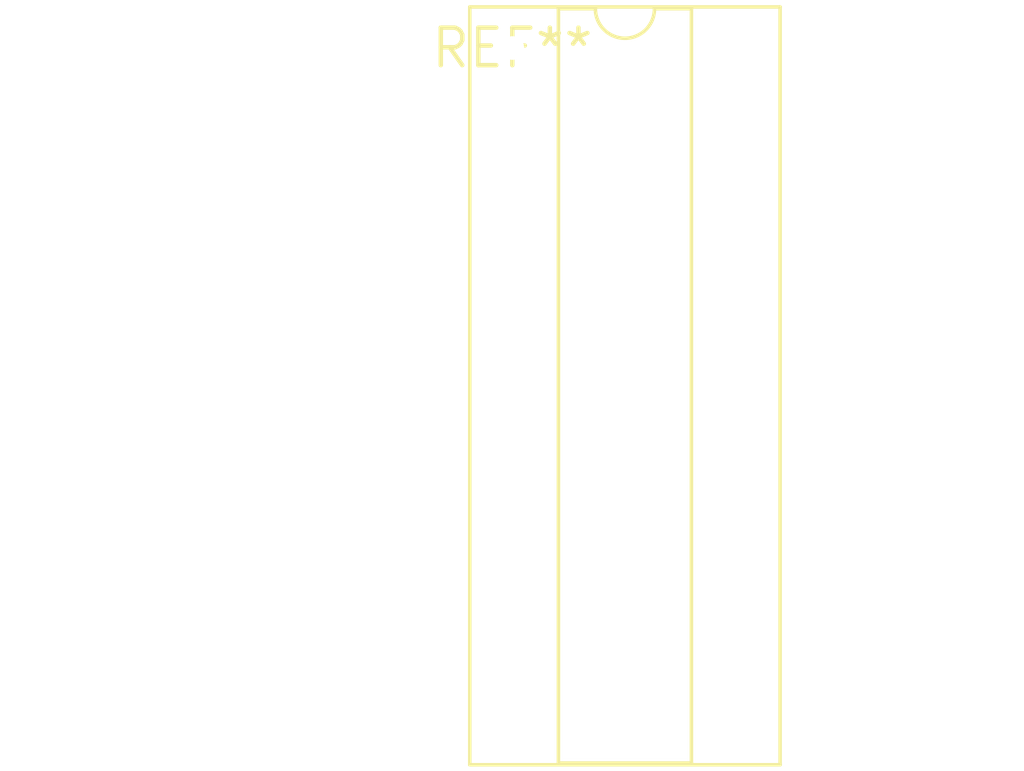
<source format=kicad_pcb>
(kicad_pcb (version 20240108) (generator pcbnew)
  (layers (0 "F.Cu" signal) (31 "B.Cu" signal) (34 "B.Paste" user) (35 "F.Paste" user) (36 "B.SilkS" user "B.Silkscreen") (37 "F.SilkS" user "F.Silkscreen") (38 "B.Mask" user) (39 "F.Mask" user) (44 "Edge.Cuts" user))
  (net 0 "")
  (footprint "DIP-20_W7.62mm_Socket_LongPads" (layer "F.Cu") (at 0 0)
    (property "Reference" "REF**")
    (property "Value" "DIP-20_W7.62mm_Socket_LongPads")
    (fp_line (start -1.44 -1.39) (end -1.44 24.25) (layer "F.SilkS") (stroke (width 0.12)))
    (fp_line (start -1.44 24.25) (end 9.06 24.25) (layer "F.SilkS") (stroke (width 0.12)))
    (fp_line (start 1.56 -1.33) (end 1.56 24.19) (layer "F.SilkS") (stroke (width 0.12)))
    (fp_line (start 1.56 24.19) (end 6.06 24.19) (layer "F.SilkS") (stroke (width 0.12)))
    (fp_line (start 2.81 -1.33) (end 1.56 -1.33) (layer "F.SilkS") (stroke (width 0.12)))
    (fp_line (start 6.06 -1.33) (end 4.81 -1.33) (layer "F.SilkS") (stroke (width 0.12)))
    (fp_line (start 6.06 24.19) (end 6.06 -1.33) (layer "F.SilkS") (stroke (width 0.12)))
    (fp_line (start 9.06 -1.39) (end -1.44 -1.39) (layer "F.SilkS") (stroke (width 0.12)))
    (fp_line (start 9.06 24.25) (end 9.06 -1.39) (layer "F.SilkS") (stroke (width 0.12)))
    (fp_arc (start 4.81 -1.33) (mid 3.81 -0.33) (end 2.81 -1.33) (layer "F.SilkS") (stroke (width 0.12)))
    (pad "1" thru_hole rect (at 0 0) (size 2.4 1.6) (drill 0.8) (layers *.Cu *.Mask) (remove_unused_layers))
    (pad "2" thru_hole oval (at 0 2.54) (size 2.4 1.6) (drill 0.8) (layers *.Cu *.Mask) (remove_unused_layers))
    (pad "3" thru_hole oval (at 0 5.08) (size 2.4 1.6) (drill 0.8) (layers *.Cu *.Mask) (remove_unused_layers))
    (pad "4" thru_hole oval (at 0 7.62) (size 2.4 1.6) (drill 0.8) (layers *.Cu *.Mask) (remove_unused_layers))
    (pad "5" thru_hole oval (at 0 10.16) (size 2.4 1.6) (drill 0.8) (layers *.Cu *.Mask) (remove_unused_layers))
    (pad "6" thru_hole oval (at 0 12.7) (size 2.4 1.6) (drill 0.8) (layers *.Cu *.Mask) (remove_unused_layers))
    (pad "7" thru_hole oval (at 0 15.24) (size 2.4 1.6) (drill 0.8) (layers *.Cu *.Mask) (remove_unused_layers))
    (pad "8" thru_hole oval (at 0 17.78) (size 2.4 1.6) (drill 0.8) (layers *.Cu *.Mask) (remove_unused_layers))
    (pad "9" thru_hole oval (at 0 20.32) (size 2.4 1.6) (drill 0.8) (layers *.Cu *.Mask) (remove_unused_layers))
    (pad "10" thru_hole oval (at 0 22.86) (size 2.4 1.6) (drill 0.8) (layers *.Cu *.Mask) (remove_unused_layers))
    (pad "11" thru_hole oval (at 7.62 22.86) (size 2.4 1.6) (drill 0.8) (layers *.Cu *.Mask) (remove_unused_layers))
    (pad "12" thru_hole oval (at 7.62 20.32) (size 2.4 1.6) (drill 0.8) (layers *.Cu *.Mask) (remove_unused_layers))
    (pad "13" thru_hole oval (at 7.62 17.78) (size 2.4 1.6) (drill 0.8) (layers *.Cu *.Mask) (remove_unused_layers))
    (pad "14" thru_hole oval (at 7.62 15.24) (size 2.4 1.6) (drill 0.8) (layers *.Cu *.Mask) (remove_unused_layers))
    (pad "15" thru_hole oval (at 7.62 12.7) (size 2.4 1.6) (drill 0.8) (layers *.Cu *.Mask) (remove_unused_layers))
    (pad "16" thru_hole oval (at 7.62 10.16) (size 2.4 1.6) (drill 0.8) (layers *.Cu *.Mask) (remove_unused_layers))
    (pad "17" thru_hole oval (at 7.62 7.62) (size 2.4 1.6) (drill 0.8) (layers *.Cu *.Mask) (remove_unused_layers))
    (pad "18" thru_hole oval (at 7.62 5.08) (size 2.4 1.6) (drill 0.8) (layers *.Cu *.Mask) (remove_unused_layers))
    (pad "19" thru_hole oval (at 7.62 2.54) (size 2.4 1.6) (drill 0.8) (layers *.Cu *.Mask) (remove_unused_layers))
    (pad "20" thru_hole oval (at 7.62 0) (size 2.4 1.6) (drill 0.8) (layers *.Cu *.Mask) (remove_unused_layers))
  )
)
</source>
